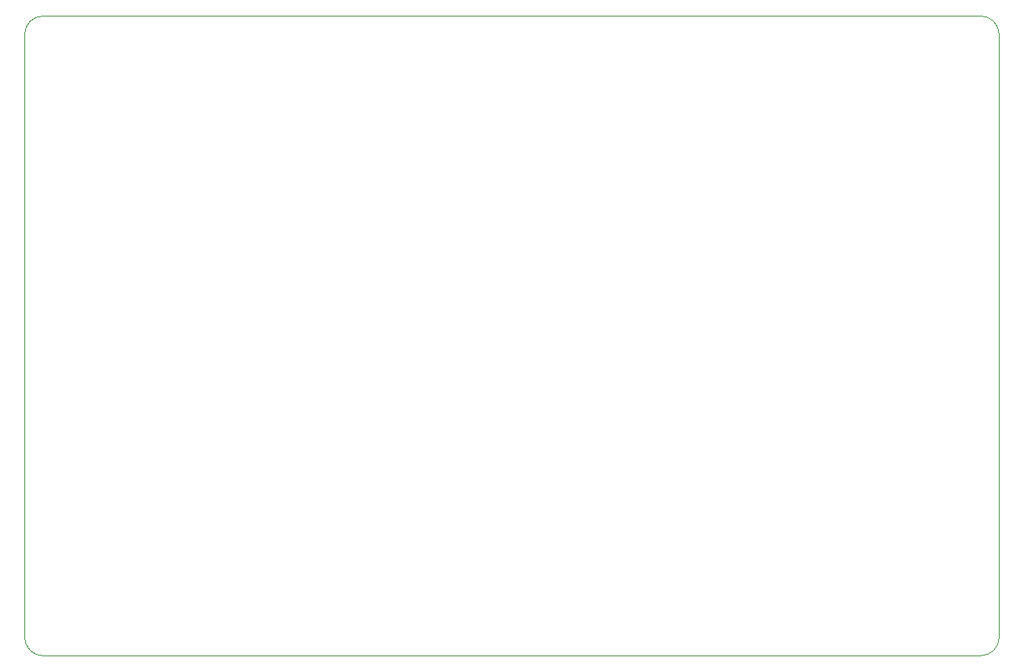
<source format=gm1>
G04 #@! TF.GenerationSoftware,KiCad,Pcbnew,(5.1.4)-1*
G04 #@! TF.CreationDate,2020-01-19T17:46:34-08:00*
G04 #@! TF.ProjectId,Light_intensity_data_logger,4c696768-745f-4696-9e74-656e73697479,rev?*
G04 #@! TF.SameCoordinates,Original*
G04 #@! TF.FileFunction,Profile,NP*
%FSLAX46Y46*%
G04 Gerber Fmt 4.6, Leading zero omitted, Abs format (unit mm)*
G04 Created by KiCad (PCBNEW (5.1.4)-1) date 2020-01-19 17:46:34*
%MOMM*%
%LPD*%
G04 APERTURE LIST*
%ADD10C,0.050000*%
G04 APERTURE END LIST*
D10*
X75000000Y-101000000D02*
G75*
G02X73000000Y-99000000I0J2000000D01*
G01*
X178000000Y-99000000D02*
G75*
G02X176000000Y-101000000I-2000000J0D01*
G01*
X176000000Y-32000000D02*
G75*
G02X178000000Y-34000000I0J-2000000D01*
G01*
X73000000Y-34000000D02*
G75*
G02X75000000Y-32000000I2000000J0D01*
G01*
X73000000Y-99000000D02*
X73000000Y-34000000D01*
X176000000Y-101000000D02*
X75000000Y-101000000D01*
X178000000Y-34000000D02*
X178000000Y-99000000D01*
X75000000Y-32000000D02*
X176000000Y-32000000D01*
M02*

</source>
